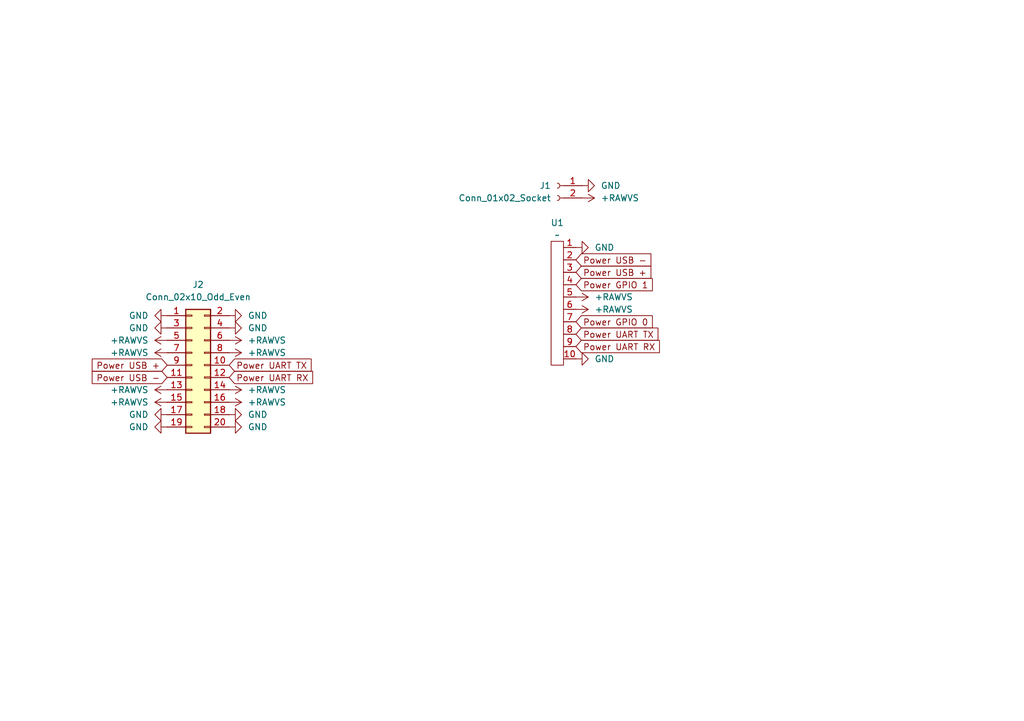
<source format=kicad_sch>
(kicad_sch (version 20250114) (generator "eeschema") (generator_version "9.0")
  (paper "A5")
  (lib_symbols
    (symbol "Connector:Conn_01x02_Socket" (pin_names (offset 1.016) (hide yes))
      (property "Reference" "J" (at 0 2.54 0))
      (property "Value" "Conn_01x02_Socket" (at 0 -5.08 0))
      (symbol "Conn_01x02_Socket_1_1"
        (polyline (pts (xy -1.27 0) (xy -0.508 0)) (stroke (width 0.1524)))
        (polyline (pts (xy -1.27 -2.54) (xy -0.508 -2.54)) (stroke (width 0.1524)))
        (arc (start 0 -0.508) (mid -0.5058 0) (end 0 0.508) (stroke (width 0.1524)))
        (arc (start 0 -3.048) (mid -0.5058 -2.54) (end 0 -2.032) (stroke (width 0.1524)))
        (pin passive line (at -5.08 0 0) (length 3.81) (name "Pin_1") (number "1"))
        (pin passive line (at -5.08 -2.54 0) (length 3.81) (name "Pin_2") (number "2"))
      )
    )
    (symbol "Connector_Generic:Conn_02x10_Odd_Even" (pin_names (offset 1.016) (hide yes))
      (property "Reference" "J" (at 1.27 12.7 0))
      (property "Value" "Conn_02x10_Odd_Even" (at 1.27 -15.24 0))
      (symbol "Conn_02x10_Odd_Even_1_1"
        (rectangle (start -1.27 11.43) (end 3.81 -13.97) (stroke (width 0.254)) (fill (type background)))
        (rectangle (start -1.27 10.287) (end 0 10.033) (stroke (width 0.1524)))
        (rectangle (start -1.27 7.747) (end 0 7.493) (stroke (width 0.1524)))
        (rectangle (start -1.27 5.207) (end 0 4.953) (stroke (width 0.1524)))
        (rectangle (start -1.27 2.667) (end 0 2.413) (stroke (width 0.1524)))
        (rectangle (start -1.27 0.127) (end 0 -0.127) (stroke (width 0.1524)))
        (rectangle (start -1.27 -2.413) (end 0 -2.667) (stroke (width 0.1524)))
        (rectangle (start -1.27 -4.953) (end 0 -5.207) (stroke (width 0.1524)))
        (rectangle (start -1.27 -7.493) (end 0 -7.747) (stroke (width 0.1524)))
        (rectangle (start -1.27 -10.033) (end 0 -10.287) (stroke (width 0.1524)))
        (rectangle (start -1.27 -12.573) (end 0 -12.827) (stroke (width 0.1524)))
        (rectangle (start 3.81 10.287) (end 2.54 10.033) (stroke (width 0.1524)))
        (rectangle (start 3.81 7.747) (end 2.54 7.493) (stroke (width 0.1524)))
        (rectangle (start 3.81 5.207) (end 2.54 4.953) (stroke (width 0.1524)))
        (rectangle (start 3.81 2.667) (end 2.54 2.413) (stroke (width 0.1524)))
        (rectangle (start 3.81 0.127) (end 2.54 -0.127) (stroke (width 0.1524)))
        (rectangle (start 3.81 -2.413) (end 2.54 -2.667) (stroke (width 0.1524)))
        (rectangle (start 3.81 -4.953) (end 2.54 -5.207) (stroke (width 0.1524)))
        (rectangle (start 3.81 -7.493) (end 2.54 -7.747) (stroke (width 0.1524)))
        (rectangle (start 3.81 -10.033) (end 2.54 -10.287) (stroke (width 0.1524)))
        (rectangle (start 3.81 -12.573) (end 2.54 -12.827) (stroke (width 0.1524)))
        (pin passive line (at -5.08 10.16 0) (length 3.81) (name "Pin_1") (number "1"))
        (pin passive line (at -5.08 7.62 0) (length 3.81) (name "Pin_3") (number "3"))
        (pin passive line (at -5.08 5.08 0) (length 3.81) (name "Pin_5") (number "5"))
        (pin passive line (at -5.08 2.54 0) (length 3.81) (name "Pin_7") (number "7"))
        (pin passive line (at -5.08 0 0) (length 3.81) (name "Pin_9") (number "9"))
        (pin passive line (at -5.08 -2.54 0) (length 3.81) (name "Pin_11") (number "11"))
        (pin passive line (at -5.08 -5.08 0) (length 3.81) (name "Pin_13") (number "13"))
        (pin passive line (at -5.08 -7.62 0) (length 3.81) (name "Pin_15") (number "15"))
        (pin passive line (at -5.08 -10.16 0) (length 3.81) (name "Pin_17") (number "17"))
        (pin passive line (at -5.08 -12.7 0) (length 3.81) (name "Pin_19") (number "19"))
        (pin passive line (at 7.62 10.16 180) (length 3.81) (name "Pin_2") (number "2"))
        (pin passive line (at 7.62 7.62 180) (length 3.81) (name "Pin_4") (number "4"))
        (pin passive line (at 7.62 5.08 180) (length 3.81) (name "Pin_6") (number "6"))
        (pin passive line (at 7.62 2.54 180) (length 3.81) (name "Pin_8") (number "8"))
        (pin passive line (at 7.62 0 180) (length 3.81) (name "Pin_10") (number "10"))
        (pin passive line (at 7.62 -2.54 180) (length 3.81) (name "Pin_12") (number "12"))
        (pin passive line (at 7.62 -5.08 180) (length 3.81) (name "Pin_14") (number "14"))
        (pin passive line (at 7.62 -7.62 180) (length 3.81) (name "Pin_16") (number "16"))
        (pin passive line (at 7.62 -10.16 180) (length 3.81) (name "Pin_18") (number "18"))
        (pin passive line (at 7.62 -12.7 180) (length 3.81) (name "Pin_20") (number "20"))
      )
    )
    (symbol "FFC:10P_FFC_0.5mm"
      (property "Reference" "U" (at 0 13.97 0))
      (symbol "10P_FFC_0.5mm_0_1"
        (rectangle (start -1.27 12.7) (end 1.27 -12.7))
      )
      (symbol "10P_FFC_0.5mm_1_1"
        (pin input line (at 3.81 11.43 180) (length 2.54) (name "") (number "1"))
        (pin input line (at 3.81 8.89 180) (length 2.54) (name "") (number "2"))
        (pin input line (at 3.81 6.35 180) (length 2.54) (name "") (number "3"))
        (pin input line (at 3.81 3.81 180) (length 2.54) (name "") (number "4"))
        (pin input line (at 3.81 1.27 180) (length 2.54) (name "") (number "5"))
        (pin input line (at 3.81 -1.27 180) (length 2.54) (name "") (number "6"))
        (pin input line (at 3.81 -3.81 180) (length 2.54) (name "") (number "7"))
        (pin input line (at 3.81 -6.35 180) (length 2.54) (name "") (number "8"))
        (pin input line (at 3.81 -8.89 180) (length 2.54) (name "") (number "9"))
        (pin input line (at 3.81 -11.43 180) (length 2.54) (name "") (number "10"))
      )
    )
    (symbol "power:+5VP" (power) (pin_numbers (hide yes)) (pin_names (offset 0) (hide yes))
      (property "Value" "+5VP" (at 0 3.556 0))
      (symbol "+5VP_0_1"
        (polyline (pts (xy -0.762 1.27) (xy 0 2.54)))
        (polyline (pts (xy 0 2.54) (xy 0.762 1.27)))
        (polyline (pts (xy 0 0) (xy 0 2.54)))
      )
      (symbol "+5VP_1_1"
        (pin power_in line (at 0 0 90) (length 0) (name "~") (number "1"))
      )
    )
    (symbol "power:GND" (power) (pin_numbers (hide yes)) (pin_names (offset 0) (hide yes))
      (property "Value" "GND" (at 0 -3.81 0))
      (symbol "GND_0_1"
        (polyline (pts (xy 0 0) (xy 0 -1.27) (xy 1.27 -1.27) (xy 0 -2.54) (xy -1.27 -1.27) (xy 0 -1.27)))
      )
      (symbol "GND_1_1"
        (pin power_in line (at 0 0 270) (length 0) (name "~") (number "1"))
      )
    )
  )
  (global_label "Power UART TX" (shape input) (at 118.11 68.58 0) (property "Intersheetrefs" "${INTERSHEET_REFS}" (effects (hide yes))))
  (global_label "Power UART RX" (shape input) (at 118.11 71.12 0) (property "Intersheetrefs" "${INTERSHEET_REFS}" (effects (hide yes))))
  (global_label "Power USB -" (shape input) (at 118.11 53.34 0) (property "Intersheetrefs" "${INTERSHEET_REFS}" (effects (hide yes))))
  (global_label "Power USB +" (shape input) (at 118.11 55.88 0) (property "Intersheetrefs" "${INTERSHEET_REFS}" (effects (hide yes))))
  (global_label "Power GPIO 1" (shape input) (at 118.11 58.42 0) (property "Intersheetrefs" "${INTERSHEET_REFS}" (effects (hide yes))))
  (global_label "Power UART RX" (shape input) (at 46.99 77.47 0) (property "Intersheetrefs" "${INTERSHEET_REFS}" (effects (hide yes))))
  (global_label "Power GPIO 0" (shape input) (at 118.11 66.04 0) (property "Intersheetrefs" "${INTERSHEET_REFS}" (effects (hide yes))))
  (global_label "Power USB -" (shape input) (at 34.29 77.47 180) (property "Intersheetrefs" "${INTERSHEET_REFS}" (effects (hide yes))))
  (global_label "Power USB +" (shape input) (at 34.29 74.93 180) (property "Intersheetrefs" "${INTERSHEET_REFS}" (effects (hide yes))))
  (global_label "Power UART TX" (shape input) (at 46.99 74.93 0) (property "Intersheetrefs" "${INTERSHEET_REFS}" (effects (hide yes))))
  (symbol (lib_id "power:GND") (at 34.29 87.63 270) (unit 1)
    (property "Reference" "#PWR07" (effects (hide yes)))
    (property "Value" "GND" (at 30.48 87.6301 90) (effects (justify right)))
    (property "Description" "Power symbol creates a global label with name \"GND\" , ground" (effects (hide yes)))
  )
  (symbol (lib_id "power:GND") (at 34.29 67.31 270) (unit 1)
    (property "Reference" "#PWR09" (effects (hide yes)))
    (property "Value" "GND" (at 30.48 67.3101 90) (effects (justify right)))
    (property "Description" "Power symbol creates a global label with name \"GND\" , ground" (effects (hide yes)))
  )
  (symbol (lib_id "power:+5VP") (at 46.99 69.85 270) (unit 1)
    (property "Reference" "#PWR011" (effects (hide yes)))
    (property "Value" "+RAWVS" (at 50.8 69.8499 90) (effects (justify left)))
    (property "Description" "Power symbol creates a global label with name \"+5VP\"" (effects (hide yes)))
  )
  (symbol (lib_id "power:GND") (at 118.11 73.66 90) (unit 1)
    (property "Reference" "#PWR017" (effects (hide yes)))
    (property "Value" "GND" (at 121.92 73.6599 90) (effects (justify right)))
    (property "Description" "Power symbol creates a global label with name \"GND\" , ground" (effects (hide yes)))
  )
  (symbol (lib_id "power:+5VP") (at 46.99 72.39 270) (unit 1)
    (property "Reference" "#PWR012" (effects (hide yes)))
    (property "Value" "+RAWVS" (at 50.8 72.3899 90) (effects (justify left)))
    (property "Description" "Power symbol creates a global label with name \"+5VP\"" (effects (hide yes)))
  )
  (symbol (lib_id "power:+5VP") (at 118.11 60.96 270) (unit 1)
    (property "Reference" "#PWR015" (effects (hide yes)))
    (property "Value" "+RAWVS" (at 121.92 60.9599 90) (effects (justify left)))
    (property "Description" "Power symbol creates a global label with name \"+5VP\"" (effects (hide yes)))
  )
  (symbol (lib_id "power:+5VP") (at 46.99 80.01 270) (unit 1)
    (property "Reference" "#PWR019" (effects (hide yes)))
    (property "Value" "+RAWVS" (at 50.8 80.0099 90) (effects (justify left)))
    (property "Description" "Power symbol creates a global label with name \"+5VP\"" (effects (hide yes)))
  )
  (symbol (lib_id "FFC:10P_FFC_0.5mm") (at 114.3 62.23 0) (unit 1)
    (property "Reference" "U1" (at 114.3 45.72 0))
    (property "Value" "~" (at 114.3 48.26 0))
    (property "Footprint" "FFC:FFC 0.8mm 10P" (effects (hide yes)))
  )
  (symbol (lib_id "power:+5VP") (at 34.29 72.39 90) (unit 1)
    (property "Reference" "#PWR013" (effects (hide yes)))
    (property "Value" "+RAWVS" (at 30.48 72.3901 90) (effects (justify left)))
    (property "Description" "Power symbol creates a global label with name \"+5VP\"" (effects (hide yes)))
  )
  (symbol (lib_id "power:+5VP") (at 46.99 82.55 270) (unit 1)
    (property "Reference" "#PWR020" (effects (hide yes)))
    (property "Value" "+RAWVS" (at 50.8 82.5499 90) (effects (justify left)))
    (property "Description" "Power symbol creates a global label with name \"+5VP\"" (effects (hide yes)))
  )
  (symbol (lib_id "power:+5VP") (at 118.11 63.5 270) (unit 1)
    (property "Reference" "#PWR016" (effects (hide yes)))
    (property "Value" "+RAWVS" (at 121.92 63.4999 90) (effects (justify left)))
    (property "Description" "Power symbol creates a global label with name \"+5VP\"" (effects (hide yes)))
  )
  (symbol (lib_id "power:GND") (at 46.99 64.77 90) (unit 1)
    (property "Reference" "#PWR02" (effects (hide yes)))
    (property "Value" "GND" (at 50.8 64.7699 90) (effects (justify right)))
    (property "Description" "Power symbol creates a global label with name \"GND\" , ground" (effects (hide yes)))
  )
  (symbol (lib_id "power:GND") (at 119.38 38.1 90) (unit 1)
    (property "Reference" "#PWR01" (effects (hide yes)))
    (property "Value" "GND" (at 123.19 38.0999 90) (effects (justify right)))
    (property "Description" "Power symbol creates a global label with name \"GND\" , ground" (effects (hide yes)))
  )
  (symbol (lib_id "power:GND") (at 34.29 85.09 270) (unit 1)
    (property "Reference" "#PWR08" (effects (hide yes)))
    (property "Value" "GND" (at 30.48 85.0901 90) (effects (justify right)))
    (property "Description" "Power symbol creates a global label with name \"GND\" , ground" (effects (hide yes)))
  )
  (symbol (lib_id "Connector:Conn_01x02_Socket") (at 114.3 38.1 0) (mirror y) (unit 1)
    (property "Reference" "J1" (at 113.03 38.0999 0) (effects (justify left)))
    (property "Value" "Conn_01x02_Socket" (at 113.03 40.6399 0) (effects (justify left)))
    (property "Footprint" "Connector_AMASS:AMASS_XT30PW-M_1x02_P2.50mm_Horizontal" (effects (hide yes)))
    (property "Description" "Generic connector, single row, 01x02, script generated" (effects (hide yes)))
  )
  (symbol (lib_id "power:+5VP") (at 119.38 40.64 270) (unit 1)
    (property "Reference" "#PWR03" (effects (hide yes)))
    (property "Value" "+RAWVS" (at 123.19 40.6399 90) (effects (justify left)))
    (property "Description" "Power symbol creates a global label with name \"+5VP\"" (effects (hide yes)))
  )
  (symbol (lib_id "power:GND") (at 46.99 87.63 90) (unit 1)
    (property "Reference" "#PWR06" (effects (hide yes)))
    (property "Value" "GND" (at 50.8 87.6299 90) (effects (justify right)))
    (property "Description" "Power symbol creates a global label with name \"GND\" , ground" (effects (hide yes)))
  )
  (symbol (lib_id "power:GND") (at 46.99 85.09 90) (unit 1)
    (property "Reference" "#PWR05" (effects (hide yes)))
    (property "Value" "GND" (at 50.8 85.0899 90) (effects (justify right)))
    (property "Description" "Power symbol creates a global label with name \"GND\" , ground" (effects (hide yes)))
  )
  (symbol (lib_id "power:GND") (at 34.29 64.77 270) (unit 1)
    (property "Reference" "#PWR010" (effects (hide yes)))
    (property "Value" "GND" (at 30.48 64.7701 90) (effects (justify right)))
    (property "Description" "Power symbol creates a global label with name \"GND\" , ground" (effects (hide yes)))
  )
  (symbol (lib_id "power:GND") (at 46.99 67.31 90) (unit 1)
    (property "Reference" "#PWR04" (effects (hide yes)))
    (property "Value" "GND" (at 50.8 67.3099 90) (effects (justify right)))
    (property "Description" "Power symbol creates a global label with name \"GND\" , ground" (effects (hide yes)))
  )
  (symbol (lib_id "power:GND") (at 118.11 50.8 90) (unit 1)
    (property "Reference" "#PWR014" (effects (hide yes)))
    (property "Value" "GND" (at 121.92 50.7999 90) (effects (justify right)))
    (property "Description" "Power symbol creates a global label with name \"GND\" , ground" (effects (hide yes)))
  )
  (symbol (lib_id "Connector_Generic:Conn_02x10_Odd_Even") (at 39.37 74.93 0) (unit 1)
    (property "Reference" "J2" (at 40.64 58.42 0))
    (property "Value" "Conn_02x10_Odd_Even" (at 40.64 60.96 0))
    (property "Footprint" "Connector_PinHeader_1.00mm:PinHeader_2x10_P1.00mm_Vertical" (effects (hide yes)))
    (property "Description" "Generic connector, double row, 02x10, odd/even pin numbering scheme (row 1 odd numbers, row 2 even numbers), script generated (kicad-library-utils/schlib/autogen/connector/)" (effects (hide yes)))
  )
  (symbol (lib_id "power:+5VP") (at 34.29 69.85 90) (unit 1)
    (property "Reference" "#PWR018" (effects (hide yes)))
    (property "Value" "+RAWVS" (at 30.48 69.8501 90) (effects (justify left)))
    (property "Description" "Power symbol creates a global label with name \"+5VP\"" (effects (hide yes)))
  )
  (symbol (lib_id "power:+5VP") (at 34.29 80.01 90) (unit 1)
    (property "Reference" "#PWR022" (effects (hide yes)))
    (property "Value" "+RAWVS" (at 30.48 80.0101 90) (effects (justify left)))
    (property "Description" "Power symbol creates a global label with name \"+5VP\"" (effects (hide yes)))
  )
  (symbol (lib_id "power:+5VP") (at 34.29 82.55 90) (unit 1)
    (property "Reference" "#PWR021" (effects (hide yes)))
    (property "Value" "+RAWVS" (at 30.48 82.5501 90) (effects (justify left)))
    (property "Description" "Power symbol creates a global label with name \"+5VP\"" (effects (hide yes)))
  )
)
</source>
